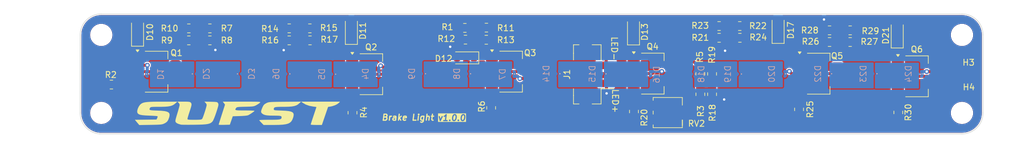
<source format=kicad_pcb>
(kicad_pcb (version 20240108) (generator "pcbnew") (generator_version "8.0")
  (title_block (title "brake Light") (date "2024-06-01") (rev "1.0.0") (company "SUFST - Southampton University Formula Student Team") (comment 1 "STAG X") (comment 2 "Borhan Abdali"))
  (layers (0 "F.Cu" signal) (31 "B.Cu" signal) (34 "B.Paste" user) (35 "F.Paste" user) (36 "B.SilkS" user "B.Silkscreen") (37 "F.SilkS" user "F.Silkscreen") (38 "B.Mask" user) (39 "F.Mask" user) (44 "Edge.Cuts" user))
  (net 0 "")
  (net 1 "Net-(D1-K)")
  (net 2 "Net-(D1-A)")
  (net 3 "Net-(D2-A)")
  (net 4 "Net-(D4-K)")
  (net 5 "Net-(D4-A)")
  (net 6 "Net-(D5-A)")
  (net 7 "Net-(D7-K)")
  (net 8 "Net-(D7-A)")
  (net 9 "Net-(D8-A)")
  (net 10 "/LED+")
  (net 11 "Net-(D10-K)")
  (net 12 "/LED-")
  (net 13 "Net-(R1-Pad2)")
  (net 14 "Net-(R10-Pad1)")
  (net 15 "Net-(R14-Pad2)")
  (net 16 "Net-(D11-K)")
  (net 17 "Net-(D12-K)")
  (net 18 "Net-(D13-K)")
  (net 19 "Net-(D17-K)")
  (net 20 "Net-(D21-K)")
  (net 21 "Net-(D14-K)")
  (net 22 "Net-(D15-K)")
  (net 23 "Net-(D16-K)")
  (net 24 "Net-(D18-K)")
  (net 25 "Net-(D19-K)")
  (net 26 "Net-(D20-K)")
  (net 27 "Net-(D22-K)")
  (net 28 "Net-(D23-K)")
  (net 29 "Net-(D24-K)")
  (net 30 "Net-(R18-Pad2)")
  (net 31 "Net-(R21-Pad2)")
  (net 32 "Net-(R26-Pad2)")
  (net 34 "Net-(Q1-E)")
  (net 35 "Net-(Q2-E)")
  (net 36 "Net-(Q3-E)")
  (net 37 "Net-(Q4-E)")
  (net 38 "Net-(Q5-E)")
  (net 39 "Net-(Q6-E)")
  (footprint "Resistor_SMD:R_0805_2012Metric" (layer "F.Cu") (at 107.9773 54.4068)
    (property "Reference" "R16")
    (property "Value" "2.7k")
  )
  (footprint "Resistor_SMD:R_0805_2012Metric" (layer "F.Cu") (at 209.1694 66.4195 -90)
    (property "Reference" "R30")
    (property "Value" "68")
  )
  (footprint "Resistor_SMD:R_0805_2012Metric" (layer "F.Cu") (at 201.1729 52.7332)
    (property "Reference" "R29")
    (property "Value" "2.7k")
  )
  (footprint "Resistor_SMD:R_0805_2012Metric" (layer "F.Cu") (at 111.4317 54.4068)
    (property "Reference" "R17")
    (property "Value" "2.7k")
  )
  (footprint "Resistor_SMD:R_0805_2012Metric" (layer "F.Cu") (at 182.8292 52.0192)
    (property "Reference" "R22")
    (property "Value" "2.7k")
  )
  (footprint "Package_TO_SOT_SMD:SOT-223" (layer "F.Cu") (at 85.9032 59.6278)
    (property "Reference" "Q1")
    (property "Value" "BCP56")
  )
  (footprint "Resistor_SMD:R_0805_2012Metric" (layer "F.Cu") (at 197.7479 52.7332)
    (property "Reference" "R28")
    (property "Value" "2.7k")
  )
  (footprint "Resistor_SMD:R_0805_2012Metric" (layer "F.Cu") (at 107.9754 52.4002)
    (property "Reference" "R14")
    (property "Value" "2.7k")
  )
  (footprint "Resistor_SMD:R_0805_2012Metric" (layer "F.Cu") (at 91.2947 52.4068 180)
    (property "Reference" "R10")
    (property "Value" "2.7k")
  )
  (footprint "Diode_SMD:D_SOD-123F" (layer "F.Cu") (at 208.9912 53.47 90)
    (property "Reference" "D21")
    (property "Value" "1N5333B")
  )
  (footprint "Diode_SMD:D_SOD-123F" (layer "F.Cu") (at 137.2586 57.3278 180)
    (property "Reference" "D12")
    (property "Value" "1N5333B")
  )
  (footprint "Package_TO_SOT_SMD:SOT-223" (layer "F.Cu") (at 212.242 60.4012)
    (property "Reference" "Q6")
    (property "Value" "BCP56")
  )
  (footprint "Diode_SMD:D_SOD-123F" (layer "F.Cu") (at 189.2046 52.702 90)
    (property "Reference" "D17")
    (property "Value" "1N5333B")
  )
  (footprint "Resistor_SMD:R_0805_2012Metric" (layer "F.Cu") (at 165.2524 66.2667 -90)
    (property "Reference" "R20")
    (property "Value" "68")
  )
  (footprint "Package_TO_SOT_SMD:SOT-223" (layer "F.Cu") (at 121.5898 60.0456)
    (property "Reference" "Q2")
    (property "Value" "BCP56")
  )
  (footprint "Resistor_SMD:R_0805_2012Metric" (layer "F.Cu") (at 176.2818 63.3929 90)
    (property "Reference" "R3")
    (property "Value" "2.7k")
  )
  (footprint "MountingHole:MountingHole_3.2mm_M3" (layer "F.Cu") (at 219.75 66.5)
    (property "Reference" "H4")
    (property "Value" "MountingHole")
  )
  (footprint "Resistor_SMD:R_0805_2012Metric" (layer "F.Cu") (at 140.7181 54.304)
    (property "Reference" "R13")
    (property "Value" "2.7k")
  )
  (footprint "Resistor_SMD:R_0805_2012Metric" (layer "F.Cu") (at 137.1581 52.324)
    (property "Reference" "R1")
    (property "Value" "2.7k")
  )
  (footprint "SUFST:SUFST" (layer "F.Cu") (at 99.3648 66.5226)
    (property "Reference" "G***" (hide yes))
    (property "Value" "LOGO" (hide yes))
  )
  (footprint "Diode_SMD:D_SOD-123F" (layer "F.Cu") (at 165.1758 52.9556 90)
    (property "Reference" "D13")
    (property "Value" "1N5333B")
  )
  (footprint "Resistor_SMD:R_0805_2012Metric" (layer "F.Cu") (at 141.5288 65.659 -90)
    (property "Reference" "R6")
    (property "Value" "68")
  )
  (footprint "Package_TO_SOT_SMD:SOT-223" (layer "F.Cu") (at 168.3512 59.944)
    (property "Reference" "Q4")
    (property "Value" "BCP56")
  )
  (footprint "Resistor_SMD:R_0805_2012Metric" (layer "F.Cu") (at 94.7947 54.4068 180)
    (property "Reference" "R8")
    (property "Value" "2.7k")
  )
  (footprint "Resistor_SMD:R_0805_2012Metric" (layer "F.Cu") (at 178.2318 59.9929 90)
    (property "Reference" "R19")
    (property "Value" "2.7k")
  )
  (footprint "Resistor_SMD:R_0805_2012Metric" (layer "F.Cu") (at 140.7381 52.284)
    (property "Reference" "R11")
    (property "Value" "2.7k")
  )
  (footprint "Diode_SMD:D_SOD-123F" (layer "F.Cu") (at 118.2992 52.8684 90)
    (property "Reference" "D11")
    (property "Value" "1N5333B")
  )
  (footprint "MountingHole:MountingHole_3.2mm_M3" (layer "F.Cu") (at 219.75 53.5)
    (property "Reference" "H3")
    (property "Value" "MountingHole")
  )
  (footprint "Resistor_SMD:R_0805_2012Metric" (layer "F.Cu") (at 91.2947 54.4068 180)
    (property "Reference" "R9")
    (property "Value" "2.7k")
  )
  (footprint "Connector_Molex:Molex_Micro-Fit_3.0_43650-0224_1x02-1MP_P3.00mm_Vertical" (layer "F.Cu") (at 157.5 60.0712 90)
    (property "Reference" "J1")
    (property "Value" "LED")
  )
  (footprint "Resistor_SMD:R_0805_2012Metric" (layer "F.Cu") (at 179.3983 52.0192)
    (property "Reference" "R23")
    (property "Value" "2.7k")
  )
  (footprint "Resistor_SMD:R_0805_2012Metric" (layer "F.Cu") (at 182.8508 53.975)
    (property "Reference" "R24")
    (property "Value" "2.7k")
  )
  (footprint "Diode_SMD:D_SOD-123F" (layer "F.Cu") (at 82.7786 53.1622 90)
    (property "Reference" "D10")
    (property "Value" "1N5333B")
  )
  (footprint "Resistor_SMD:R_0805_2012Metric" (layer "F.Cu") (at 201.1729 54.6832)
    (property "Reference" "R27")
    (property "Value" "2.7k")
  )
  (footprint "Resistor_SMD:R_0805_2012Metric" (layer "F.Cu") (at 111.4063 52.4002)
    (property "Reference" "R15")
    (property "Value" "2.7k")
  )
  (footprint "Resistor_SMD:R_0805_2012Metric" (layer "F.Cu") (at 78.4333 61.7728 180)
    (property "Reference" "R2")
    (property "Value" "68")
  )
  (footprint "MountingHole:MountingHole_3.2mm_M3" (layer "F.Cu") (at 76.75 53.5 180)
    (property "Reference" "H2" (hide yes))
    (property "Value" "MountingHole")
  )
  (footprint "Resistor_SMD:R_0805_2012Metric" (layer "F.Cu") (at 178.2318 63.3929 90)
    (property "Reference" "R18")
    (property "Value" "2.7k")
  )
  (footprint "Package_TO_SOT_SMD:SOT-223" (layer "F.Cu") (at 195.9106 59.958)
    (property "Reference" "Q5")
    (property "Value" "BCP56")
  )
  (footprint "Resistor_SMD:R_0805_2012Metric" (layer "F.Cu") (at 118.491 66.4699 -90)
    (property "Reference" "R4")
    (property "Value" "68")
  )
  (footprint "Resistor_SMD:R_0805_2012Metric" (layer "F.Cu") (at 192.6844 65.9111 -90)
    (property "Reference" "R25")
    (property "Value" "68")
  )
  (footprint "Resistor_SMD:R_0805_2012Metric" (layer "F.Cu") (at 94.7947 52.4068 180)
    (property "Reference" "R7")
    (property "Value" "2.7k")
  )
  (footprint "Package_TO_SOT_SMD:SOT-223" (layer "F.Cu") (at 144.8054 59.6138)
    (property "Reference" "Q3")
    (property "Value" "BCP56")
  )
  (footprint "Potentiometer_SMD:Potentiometer_Bourns_3224J_Horizontal" (layer "F.Cu") (at 170.8658 66.4464 180)
    (property "Reference" "RV2")
    (property "Value" "R_Potentiometer_Trim")
  )
  (footprint "Resistor_SMD:R_0805_2012Metric" (layer "F.Cu") (at 197.7479 54.6832)
    (property "Reference" "R26")
    (property "Value" "2.7k")
  )
  (footprint "Resistor_SMD:R_0805_2012Metric" (layer "F.Cu") (at 179.4002 53.975)
    (property "Reference" "R21")
    (property "Value" "2.7k")
  )
  (footprint "Resistor_SMD:R_0805_2012Metric" (layer "F.Cu") (at 176.2818 59.9754 90)
    (property "Reference" "R5")
    (property "Value" "2.7k")
  )
  (footprint "MountingHole:MountingHole_3.2mm_M3" (layer "F.Cu") (at 76.75 66.5)
    (property "Reference" "H1" (hide yes))
    (property "Value" "MountingHole")
  )
  (footprint "Resistor_SMD:R_0805_2012Metric" (layer "F.Cu") (at 137.2581 54.284)
    (property "Reference" "R12")
    (property "Value" "2.7k")
  )
  (footprint "SUFST:KR-SITQA1.23_reflow" (layer "B.Cu") (at 107.4928 59.9948 -90)
    (property "Reference" "D6")
    (property "Value" "KR-SITQA1.23")
  )
  (footprint "SUFST:KR-SITQA1.23_reflow" (layer "B.Cu") (at 174.8568 60.0202 -90)
    (property "Reference" "D18")
    (property "Value" "KR-SITQA1.23")
  )
  (footprint "SUFST:KR-SITQA1.23_reflow" (layer "B.Cu") (at 99.9776 59.9948 90)
    (property "Reference" "D3")
    (property "Value" "KR-SITQA1.23")
  )
  (footprint "SUFST:KR-SITQA1.23_reflow" (layer "B.Cu") (at 137.5076 59.9758 -90)
    (property "Reference" "D8")
    (property "Value" "KR-SITQA1.23")
  )
  (footprint "SUFST:KR-SITQA1.23_reflow" (layer "B.Cu") (at 130.0226 59.9694 -90)
    (property "Reference" "D9")
    (property "Value" "KR-SITQA1.23")
  )
  (footprint "SUFST:KR-SITQA1.23_reflow" (layer "B.Cu") (at 197.493 59.9758 -90)
    (property "Reference" "D22")
    (property "Value" "KR-SITQA1.23")
  )
  (footprint "SUFST:KR-SITQA1.23_reflow" (layer "B.Cu") (at 152.3524 59.9694 -90)
    (property "Reference" "D14")
    (property "Value" "KR-SITQA1.23")
  )
  (footprint "SUFST:KR-SITQA1.23_reflow" (layer "B.Cu") (at 92.4814 59.9948 90)
    (property "Reference" "D2")
    (property "Value" "KR-SITQA1.23")
  )
  (footprint "SUFST:KR-SITQA1.23_reflow" (layer "B.Cu") (at 115.0842 60.0456 -90)
    (property "Reference" "D5")
    (property "Value" "KR-SITQA1.23")
  )
  (footprint "SUFST:KR-SITQA1.23_reflow" (layer "B.Cu") (at 144.8086 60.0202 -90)
    (property "Reference" "D7")
    (property "Value" "KR-SITQA1.23")
  )
  (footprint "SUFST:KR-SITQA1.23_reflow" (layer "B.Cu") (at 84.89 60.0202 90)
    (property "Reference" "D1")
    (property "Value" "KR-SITQA1.23")
  )
  (footprint "SUFST:KR-SITQA1.23_reflow" (layer "B.Cu") (at 122.3296 59.9948 -90)
    (property "Reference" "D4")
    (property "Value" "KR-SITQA1.23")
  )
  (footprint "SUFST:KR-SITQA1.23_reflow" (layer "B.Cu") (at 189.8174 59.9948 -90)
    (property "Reference" "D20")
    (property "Value" "KR-SITQA1.23")
  )
  (footprint "SUFST:KR-SITQA1.23_reflow" (layer "B.Cu") (at 212.5298 60.0012 -90)
    (property "Reference" "D24")
    (property "Value" "KR-SITQA1.23")
  )
  (footprint "SUFST:KR-SITQA1.23_reflow" (layer "B.Cu") (at 160.012 59.9884 -90)
    (property "Reference" "D15")
    (property "Value" "KR-SITQA1.23")
  )
  (footprint "SUFST:KR-SITQA1.23_reflow" (layer "B.Cu") (at 182.5164 60.0138 -90)
    (property "Reference" "D19")
    (property "Value" "KR-SITQA1.23")
  )
  (footprint "SUFST:KR-SITQA1.23_reflow" (layer "B.Cu") (at 205.0288 59.9694 -90)
    (property "Reference" "D23")
    (property "Value" "KR-SITQA1.23")
  )
  (footprint "SUFST:KR-SITQA1.23_reflow" (layer "B.Cu") (at 167.4622 59.9948 -90)
    (property "Reference" "D16")
    (property "Value" "KR-SITQA1.23")
  )
  (gr_arc (start 76.5 70) (mid 74.181953 68.891158) (end 73.241083 66.5) (stroke (width 0.1)) (layer "Edge.Cuts"))
  (gr_line (start 73.25 53.5) (end 73.241083 66.5) (stroke (width 0.1)) (layer "Edge.Cuts"))
  (gr_arc (start 219.75 50) (mid 222.224874 51.025126) (end 223.25 53.5) (stroke (width 0.1)) (layer "Edge.Cuts"))
  (gr_line (start 219.75 50) (end 76.75 50) (stroke (width 0.1)) (layer "Edge.Cuts"))
  (gr_line (start 76.5 70) (end 219.75 70) (stroke (width 0.1)) (layer "Edge.Cuts"))
  (gr_line (start 223.25 66.5) (end 223.25 53.5) (stroke (width 0.1)) (layer "Edge.Cuts"))
  (gr_arc (start 223.25 66.5) (mid 222.224874 68.974874) (end 219.75 70) (stroke (width 0.1)) (layer "Edge.Cuts"))
  (gr_arc (start 73.25 53.5) (mid 74.275126 51.025126) (end 76.75 50) (stroke (width 0.1)) (layer "Edge.Cuts"))
  (gr_text "v1.0.0" (at 132.5626 67.9196 0) (layer "F.SilkS" knockout) (effects (font (size 1 1) (thickness 0.2) (bold yes) (italic yes)) (justify left bottom)))
  (gr_text "LED+" (at 161.5694 62.4332 -90) (layer "F.SilkS") (effects (font (size 1 1)) (justify left bottom)))
  (gr_text "LED-" (at 161.417 53.6956 -90) (layer "F.SilkS") (effects (font (size 1 1)) (justify left bottom)))
  (gr_text "Brake Light" (at 123.2408 67.8434 0) (layer "F.SilkS") (effects (font (size 1 1) (thickness 0.2) (bold yes) (italic yes)) (justify left bottom)))
  (segment (start 82.7532 59.6278) (end 89.0532 59.6278) (width 0.5) (layer "F.Cu") (net 1))
  (segment (start 83.834 58.547) (end 82.7532 59.6278) (width 0.5) (layer "F.Cu") (net 1))
  (segment (start 84.4042 58.547) (end 83.834 58.547) (width 0.5) (layer "F.Cu") (net 1))
  (via (at 84.4042 58.547) (size 0.8) (drill 0.4) (layers "F.Cu" "B.Cu") (net 1))
  (segment (start 84.299946 60.330146) (end 84.39 60.4202) (width 0.5) (layer "B.Cu") (net 1))
  (segment (start 84.39 58.5612) (end 84.4042 58.547) (width 0.5) (layer "B.Cu") (net 1))
  (segment (start 84.39 59.6202) (end 84.39 58.5612) (width 0.5) (layer "B.Cu") (net 1))
  (segment (start 84.299946 59.710254) (end 84.299946 60.330146) (width 0.5) (layer "B.Cu") (net 1))
  (segment (start 84.39 59.6202) (end 84.299946 59.710254) (width 0.5) (layer "B.Cu") (net 1))
  (segment (start 91.891346 59.983254) (end 91.891346 60.304746) (width 0.5) (layer "B.Cu") (net 2))
  (segment (start 91.9814 59.5948) (end 91.891346 59.684854) (width 0.5) (layer "B.Cu") (net 2))
  (segment (start 91.8544 60.0202) (end 91.891346 59.983254) (width 0.5) (layer "B.Cu") (net 2))
  (segment (start 91.891346 60.304746) (end 91.9814 60.3948) (width 0.5) (layer "B.Cu") (net 2))
  (segment (start 91.891346 59.684854) (end 91.891346 60.304746) (width 0.5) (layer "B.Cu") (net 2))
  (segment (start 99.387546 60.304746) (end 99.4776 60.3948) (width 0.5) (layer "B.Cu") (net 3))
  (segment (start 99.4776 59.5948) (end 99.387546 59.684854) (width 0.5) (layer "B.Cu") (net 3))
  (segment (start 99.387546 59.684854) (end 99.387546 59.9948) (width 0.5) (layer "B.Cu") (net 3))
  (segment (start 99.387546 59.684854) (end 99.387546 60.304746) (width 0.5) (layer "B.Cu") (net 3))
  (segment (start 123.3428 58.6486) (end 124.7398 60.0456) (width 0.5) (layer "F.Cu") (net 4))
  (segment (start 118.4398 60.0456) (end 124.7398 60.0456) (width 0.5) (layer "F.Cu") (net 4))
  (segment (start 123.1646 58.6486) (end 123.3428 58.6486) (width 0.5) (layer "F.Cu") (net 4))
  (via (at 123.1646 58.6486) (size 0.8) (drill 0.4) (layers "F.Cu" "B.Cu") (net 4))
  (segment (start 122.8296 58.9836) (end 123.1646 58.6486) (width 0.5) (layer "B.Cu") (net 4))
  (segment (start 122.8296 59.5948) (end 122.8296 58.9836) (width 0.5) (layer "B.Cu") (net 4))
  (segment (start 122.8296 59.5948) (end 122.919654 59.684854) (width 0.5) (layer "B.Cu") (net 4))
  (segment (start 122.919654 60.304746) (end 122.8296 60.3948) (width 0.5) (layer "B.Cu") (net 4))
  (segment (start 122.919654 59.684854) (end 122.919654 60.304746) (width 0.5) (layer "B.Cu") (net 4))
  (segment (start 115.674254 60.355546) (end 115.5842 60.4456) (width 0.5) (layer "B.Cu") (net 5))
  (segment (start 115.5842 59.6456) (end 115.674254 59.735654) (width 0.5) (layer "B.Cu") (net 5))
  (segment (start 115.674254 59.735654) (end 115.674254 60.355546) (width 0.5) (layer "B.Cu") (net 5))
  (segment (start 115.674254 59.735654) (end 115.674254 59.9948) (width 0.5) (layer "B.Cu") (net 5))
  (segment (start 146.304 60.7822) (end 146.787 60.7822) (width 0.5) (layer "F.Cu") (net 7))
  (segment (start 141.6554 59.6138) (end 147.9554 59.6138) (width 0.5) (layer "F.Cu") (net 7))
  (segment (start 146.787 60.7822) (end 147.9554 59.6138) (width 0.5) (layer "F.Cu") (net 7))
  (via (at 146.304 60.7822) (size 0.8) (drill 0.4) (layers "F.Cu" "B.Cu") (net 7))
  (segment (start 145.3086 60.4202) (end 145.942 60.4202) (width 0.5) (layer "B.Cu") (net 7))
  (segment (start 145.398654 60.330146) (end 145.398654 59.710254) (width 0.5) (layer "B.Cu") (net 7))
  (segment (start 145.398654 59.710254) (end 145.3086 59.6202) (width 0.5) (layer "B.Cu") (net 7))
  (segment (start 145.942 60.4202) (end 146.304 60.7822) (width 0.5) (layer "B.Cu") (net 7))
  (segment (start 145.3086 60.4202) (end 145.398654 60.330146) (width 0.5) (layer "B.Cu") (net 7))
  (segment (start 138.097654 60.285746) (end 138.0076 60.3758) (width 0.5) (layer "B.Cu") (net 8))
  (segment (start 138.0076 59.5758) (end 138.097654 59.665854) (width 0.5) (layer "B.Cu") (net 8))
  (segment (start 138.097654 59.665854) (end 138.097654 60.285746) (width 0.5) (layer "B.Cu") (net 8))
  (segment (start 144.3086 59.6202) (end 144.3086 60.4202) (width 0.5) (layer "B.Cu") (net 8))
  (segment (start 137.0076 59.5758) (end 137.0076 60.3758) (width 0.5) (layer "B.Cu") (net 9))
  (segment (start 130.5226 59.5694) (end 130.612654 59.659454) (width 0.5) (layer "B.Cu") (net 9))
  (segment (start 130.612654 60.279346) (end 130.5226 60.3694) (width 0.5) (layer "B.Cu") (net 9))
  (segment (start 130.612654 59.659454) (end 130.612654 60.279346) (width 0.5) (layer "B.Cu") (net 9))
  (segment (start 178.4877 54.2309) (end 180.3908 56.134) (width 0.5) (layer "F.Cu") (net 10))
  (segment (start 135.156 55.4736) (end 134.7216 55.4736) (width 0.5) (layer "F.Cu") (net 10))
  (segment (start 196.8354 50.9378) (end 196.8246 50.927) (width 0.5) (layer "F.Cu") (net 10))
  (segment (start 107.0648 54.4068) (end 107.0648 56.0286) (width 0.5) (layer "F.Cu") (net 10))
  (segment (start 107.0629 54.4049) (end 107.0648 54.4068) (width 0.5) (layer "F.Cu") (net 10))
  (segment (start 178.4858 52.0192) (end 178.4858 53.9731) (width 0.5) (layer "F.Cu") (net 10))
  (segment (start 160.6894 63.2296) (end 160.7058 63.246) (width 0.5) (layer "F.Cu") (net 10))
  (segment (start 196.8354 54.6832) (end 196.8354 52.7332) (width 0.5) (layer "F.Cu") (net 10))
  (segment (start 95.758 52.356) (end 95.7072 52.4068) (width 0.5) (layer "F.Cu") (net 10))
  (segment (start 180.195 64.3054) (end 180.2384 64.262) (width 0.5) (layer "F.Cu") (net 10))
  (segment (start 178.4858 53.9731) (end 178.4877 53.975) (width 0.5) (layer "F.Cu") (net 10))
  (segment (start 136.2456 52.324) (end 136.2456 54.184) (width 0.5) (layer "F.Cu") (net 10))
  (segment (start 95.7072 52.4068) (end 95.7072 54.4068) (width 0.5) (layer "F.Cu") (net 10))
  (segment (start 95.7072 54.4068) (end 95.7072 56.007) (width 0.5) (layer "F.Cu") (net 10))
  (segment (start 136.2456 54.184) (end 136.3456 54.284) (width 0.5) (layer "F.Cu") (net 10))
  (segment (start 136.3456 54.284) (end 135.156 55.4736) (width 0.5) (layer "F.Cu") (net 10))
  (segment (start 178.4877 53.975) (end 178.4877 54.2309) (width 0.5) (layer "F.Cu") (net 10))
  (segment (start 178.2318 64.3054) (end 180.195 64.3054) (width 0.5) (layer "F.Cu") (net 10))
  (segment (start 178.2318 64.3054) (end 176.2818 64.3054) (width 0.5) (layer "F.Cu") (net 10))
  (segment (start 196.8354 52.7332) (end 196.8354 50.9378) (width 0.5) (layer "F.Cu") (net 10))
  (segment (start 160.6894 61.5712) (end 160.6894 63.2296) (width 0.5) (layer "F.Cu") (net 10))
  (segment (start 107.0648 56.0286) (end 107.061 56.0324) (width 0.5) (layer "F.Cu") (net 10))
  (segment (start 95.6564 52.356) (end 95.7072 52.4068) (width 0.5) (layer "F.Cu") (net 10))
  (segment (start 107.0629 52.4002) (end 107.0629 54.4049) (width 0.5) (layer "F.Cu") (net 10))
  (via (at 180.2384 64.262) (size 0.8) (drill 0.4) (layers "F.Cu" "B.Cu") (net 10))
  (via (at 134.7216 55.4736) (size 0.8) (drill 0.4) (layers "F.Cu" "B.Cu") (net 10))
  (via (at 95.7072 56.007) (size 0.8) (drill 0.4) (layers "F.Cu" "B.Cu") (net 10))
  (via (at 107.061 56.0324) (size 0.8) (drill 0.4) (layers "F.Cu" "B.Cu") (net 10))
  (via (at 180.3908 56.134) (size 0.8) (drill 0.4) (layers "F.Cu" "B.Cu") (net 10))
  (via (at 196.8246 50.927) (size 0.8) (drill 0.4) (layers "F.Cu" "B.Cu") (net 10))
  (via (at 160.7058 63.246) (size 0.8) (drill 0.4) (layers "F.Cu" "B.Cu") (net 10))
  (segment (start 129.5226 59.5694) (end 129.5226 60.3694) (width 0.5) (layer "B.Cu") (net 10))
  (segment (start 82.7786 57.3024) (end 82.7532 57.3278) (width 0.5) (layer "F.Cu") (net 11))
  (segment (start 82.7786 54.5622) (end 82.7786 57.3024) (width 0.5) (layer "F.Cu") (net 11))
  (segment (start 82.7786 54.5622) (end 90.2268 54.5622) (width 0.5) (layer "F.Cu") (net 11))
  (segment (start 90.2268 54.5622) (end 90.3822 54.4068) (width 0.5) (layer "F.Cu") (net 11))
  (segment (start 90.3822 52.4068) (end 90.3822 54.4068) (width 0.5) (layer "F.Cu") (net 11))
  (segment (start 90.3732 52.3978) (end 90.3822 52.4068) (width 0.5) (layer "F.Cu") (net 11))
  (segment (start 118.2973 51.4703) (end 118.2992 51.4684) (width 0.5) (layer "F.Cu") (net 12))
  (segment (start 139.8056 54.304) (end 138.1906 54.304) (width 0.5) (layer "F.Cu") (net 13))
  (segment (start 138.0706 52.324) (end 139.7856 52.324) (width 0.5) (layer "F.Cu") (net 13))
  (segment (start 138.1706 54.284) (end 138.1706 52.424) (width 0.5) (layer "F.Cu") (net 13))
  (segment (start 139.7856 52.324) (end 139.8256 52.284) (width 0.5) (layer "F.Cu") (net 13))
  (segment (start 138.1906 54.304) (end 138.1706 54.284) (width 0.5) (layer "F.Cu") (net 13))
  (segment (start 138.1706 52.424) (end 138.0706 52.324) (width 0.5) (layer "F.Cu") (net 13))
  (segment (start 92.2072 54.4068) (end 93.8822 54.4068) (width 0.5) (layer "F.Cu") (net 14))
  (segment (start 93.8822 52.4068) (end 93.8822 54.4068) (width 0.5) (layer "F.Cu") (net 14))
  (segment (start 92.2072 52.4068) (end 93.8822 52.4068) (width 0.5) (layer "F.Cu") (net 14))
  (segment (start 108.8879 52.4002) (end 108.8879 54.4049) (width 0.5) (layer "F.Cu") (net 15))
  (segment (start 110.5192 54.4068) (end 108.8898 54.4068) (width 0.5) (layer "F.Cu") (net 15))
  (segment (start 108.8879 52.4002) (end 110.4938 52.4002) (width 0.5) (layer "F.Cu") (net 15))
  (segment (start 108.8879 54.4049) (end 108.8898 54.4068) (width 0.5) (layer "F.Cu") (net 15))
  (segment (start 118.1354 54.4322) (end 118.2992 54.2684) (width 0.5) (layer "F.Cu") (net 16))
  (segment (start 118.2992 54.2684) (end 118.2992 57.605) (width 0.5) (layer "F.Cu") (net 16))
  (segment (start 112.4826 54.2684) (end 112.3442 54.4068) (width 0.5) (layer "F.Cu") (net 16))
  (segment (start 112.3188 52.4002) (end 112.3188 54.3814) (width 0.5) (layer "F.Cu") (net 16))
  (segment (start 118.2992 54.2684) (end 112.4826 54.2684) (width 0.5) (layer "F.Cu") (net 16))
  (segment (start 112.3188 54.3814) (end 112.3442 54.4068) (width 0.5) (layer "F.Cu") (net 16))
  (segment (start 118.2992 57.605) (end 118.4398 57.7456) (width 0.5) (layer "F.Cu") (net 16))
  (segment (start 141.6812 57.288) (end 141.6554 57.3138) (width 0.5) (layer "F.Cu") (net 17))
  (segment (start 138.6726 57.3138) (end 138.6586 57.3278) (width 0.5) (layer "F.Cu") (net 17))
  (segment (start 141.6306 57.289) (end 141.6554 57.3138) (width 0.5) (layer "F.Cu") (net 17))
  (segment (start 141.2604 57.7088) (end 141.6554 57.3138) (width 0.5) (layer "F.Cu") (net 17))
  (segment (start 141.6506 54.284) (end 141.6306 54.304) (width 0.5) (layer "F.Cu") (net 17))
  (segment (start 141.6506 52.284) (end 141.6506 54.284) (width 0.5) (layer "F.Cu") (net 17))
  (segment (start 141.6554 57.3138) (end 138.6726 57.3138) (width 0.5) (layer "F.Cu") (net 17))
  (segment (start 141.6306 54.304) (end 141.6306 57.289) (width 0.5) (layer "F.Cu") (net 17))
  (segment (start 176.2993 59.0804) (end 176.2818 59.0629) (width 0.5) (layer "F.Cu") (net 18))
  (segment (start 165.5682 57.277) (end 174.4959 57.277) (width 0.5) (layer "F.Cu") (net 18))
  (segment (start 165.2016 54.3814) (end 165.1758 54.3556) (width 0.5) (layer "F.Cu") (net 18))
  (segment (start 174.4959 57.277) (end 176.2818 59.0629) (width 0.5) (layer "F.Cu") (net 18))
  (segment (start 165.1758 57.6186) (end 165.2012 57.644) (width 0.5) (layer "F.Cu") (net 18))
  (segment (start 165.1758 54.3556) (end 165.1758 57.6186) (width 0.5) (layer "F.Cu") (net 18))
  (segment (start 165.2008 54.3806) (end 165.1758 54.3556) (width 0.5) (layer "F.Cu") (net 18))
  (segment (start 165.2012 57.644) (end 165.5682 57.277) (width 0.5) (layer "F.Cu") (net 18))
  (segment (start 178.2318 59.0804) (end 176.2993 59.0804) (width 0.5) (layer "F.Cu") (net 18))
  (segment (start 189.0776 53.975) (end 189.2046 54.102) (width 0.5) (layer "F.Cu") (net 19))
  (segment (start 192.7606 57.658) (end 192.7606 55.6514) (width 0.5) (layer "F.Cu") (net 19))
  (segment (start 183.7417 53.9534) (end 183.7633 53.975) (width 0.5) (layer "F.Cu") (net 19))
  (segment (start 192.659 57.5564) (end 192.7606 57.658) (width 0.5) (layer "F.Cu") (net 19))
  (segment (start 189.1822 54.1244) (end 189.2046 54.102) (width 0.5) (layer "F.Cu") (net 19))
  (segment (start 183.7417 52.0192) (end 183.7417 53.9534) (width 0.5) (layer "F.Cu") (net 19))
  (segment (start 183.7633 53.975) (end 189.0776 53.975) (width 0.5) (layer "F.Cu") (net 19))
  (segment (start 192.7606 55.6514) (end 191.2112 54.102) (width 0.5) (layer "F.Cu") (net 19))
  (segment (start 191.2112 54.102) (end 189.2046 54.102) (width 0.5) (layer "F.Cu") (net 19))
  (segment (start 202.1332 54.6354) (end 202.0854 54.6832) (width 0.5) (layer "F.Cu") (net 20))
  (segment (start 208.9912 58.0004) (end 209.092 58.1012) (width 0.5) (layer "F.Cu") (net 20))
  (segment (start 208.3308 57.746) (end 208.432 57.8472) (width 0.5) (layer "F.Cu") (net 20))
  (segment (start 208.9912 54.87) (end 208.9912 58.0004) (width 0.5) (layer "F.Cu") (net 20))
  (segment (start 202.2722 54.87) (end 202.0854 54.6832) (width 0.5) (layer "F.Cu") (net 20))
  (segment (start 208.9912 54.87) (end 202.2722 54.87) (width 0.5) (layer "F.Cu") (net 20))
  (segment (start 202.0854 54.6832) (end 202.0854 52.7332) (width 0.5) (layer "F.Cu") (net 20))
  (segment (start 152.8524 59.5694) (end 152.942454 59.659454) (width 0.5) (layer "B.Cu") (net 21))
  (segment (start 152.942454 59.659454) (end 152.942454 60.279346) (width 0.5) (layer "B.Cu") (net 21))
  (segment (start 152.942454 60.279346) (end 152.8524 60.3694) (width 0.5) (layer "B.Cu") (net 21))
  (segment (start 166.9622 60.3948) (end 166.9622 59.5948) (width 0.5) (layer "B.Cu") (net 22))
  (segment (start 160.602054 60.298346) (end 160.512 60.3884) (width 0.5) (layer "B.Cu") (net 22))
  (segment (start 160.602054 59.678454) (end 160.602054 60.298346) (width 0.5) (layer "B.Cu") (net 22))
  (segment (start 160.512 59.5884) (end 160.602054 59.678454) (width 0.5) (layer "B.Cu") (net 22))
  (segment (start 171.1456 59.5884) (end 171.5012 59.944) (width 0.5) (layer "F.Cu") (net 23))
  (segment (start 165.2012 59.944) (end 171.5012 59.944) (width 0.5) (layer "F.Cu") (net 23))
  (segment (start 170.2308 59.944) (end 169.8752 59.5884) (width 0.5) (layer "F.Cu") (net 23))
  (segment (start 171.5012 59.944) (end 170.2308 59.944) (width 0.5) (layer "F.Cu") (net 23))
  (via (at 169.8752 59.5884) (size 0.8) (drill 0.4) (layers "F.Cu" "B.Cu") (net 23))
  (segment (start 167.9622 59.5948) (end 168.052254 59.684854) (width 0.5) (layer "B.Cu") (net 23))
  (segment (start 168.052254 59.684854) (end 168.052254 60.304746) (width 0.5) (layer "B.Cu") (net 23))
  (segment (start 168.052254 60.304746) (end 167.9622 60.3948) (width 0.5) (layer "B.Cu") (net 23))
  (segment (start 169.8688 59.5948) (end 169.8752 59.5884) (width 0.5) (layer "B.Cu") (net 23))
  (segment (start 167.9622 59.5948) (end 169.8688 59.5948) (width 0.5) (layer "B.Cu") (net 23))
  (segment (start 175.446854 60.330146) (end 175.3568 60.4202) (width 0.5) (layer "B.Cu") (net 24))
  (segment (start 175.446854 59.710254) (end 175.446854 60.330146) (width 0.5) (layer "B.Cu") (net 24))
  (segment (start 175.3568 59.6202) (end 175.446854 59.710254) (width 0.5) (layer "B.Cu") (net 24))
  (segment (start 183.106454 60.323746) (end 183.0164 60.4138) (width 0.5) (layer "B.Cu") (net 25))
  (segment (start 183.0164 59.6138) (end 183.106454 59.703854) (width 0.5) (layer "B.Cu") (net 25))
  (segment (start 183.106454 59.703854) (end 183.106454 60.323746) (width 0.5) (layer "B.Cu") (net 25))
  (segment (start 191.4538 59.958) (end 191.0588 59.563) (width 0.5) (layer "F.Cu") (net 26))
  (segment (start 192.7606 59.958) (end 191.4538 59.958) (width 0.5) (layer "F.Cu") (net 26))
  (segment (start 192.7606 59.958) (end 199.0606 59.958) (width 0.5) (layer "F.Cu") (net 26))
  (segment (start 192.391 59.5884) (end 192.7606 59.958) (width 0.5) (layer "F.Cu") (net 26))
  (via (at 191.0588 59.563) (size 0.8) (drill 0.4) (layers "F.Cu" "B.Cu") (net 26))
  (segment (start 191.2048 59.5948) (end 191.2112 59.5884) (width 0.5) (layer "B.Cu") (net 26))
  (segment (start 190.3174 59.5948) (end 191.027 59.5948) (width 0.5) (layer "B.Cu") (net 26))
  (segment (start 190.407454 59.684854) (end 190.407454 60.304746) (width 0.5) (layer "B.Cu") (net 26))
  (segment (start 191.027 59.5948) (end 191.0588 59.563) (width 0.5) (layer "B.Cu") (net 26))
  (segment (start 190.407454 60.304746) (end 190.3174 60.3948) (width 0.5) (layer "B.Cu") (net 26))
  (segment (start 190.3174 59.5948) (end 190.407454 59.684854) (width 0.5) (layer "B.Cu") (net 26))
  (segment (start 198.083054 60.285746) (end 197.993 60.3758) (width 0.5) (layer "B.Cu") (net 27))
  (segment (start 197.993 59.5758) (end 198.083054 59.665854) (width 0.5) (layer "B.Cu") (net 27))
  (segment (start 198.083054 59.665854) (end 198.083054 60.285746) (width 0.5) (layer "B.Cu") (net 27))
  (segment (start 205.6384 60.2598) (end 205.5288 60.3694) (width 0.5) (layer "B.Cu") (net 28))
  (segment (start 205.6384 59.679) (end 205.6384 60.2598) (width 0.5) (layer "B.Cu") (net 28))
  (segment (start 205.5288 59.5694) (end 205.6384 59.679) (width 0.5) (layer "B.Cu") (net 28))
  (segment (start 209.092 60.4012) (end 215.392 60.4012) (width 0.5) (layer "F.Cu") (net 29))
  (segment (start 214.6046 59.6138) (end 215.392 60.4012) (width 0.5) (layer "F.Cu") (net 29))
  (segment (start 213.8934 59.6138) (end 214.6046 59.6138) (width 0.5) (layer "F.Cu") (net 29))
  (via (at 213.8934 59.6138) (size 0.8) (drill 0.4) (layers "F.Cu" "B.Cu") (net 29))
  (segment (start 213.0298 59.6012) (end 213.119854 59.691254) (width 0.5) (layer "B.Cu") (net 29))
  (segment (start 213.119854 59.691254) (end 213.119854 60.311146) (width 0.5) (layer "B.Cu") (net 29))
  (segment (start 213.8808 59.6012) (end 213.8934 59.6138) (width 0.5) (layer "B.Cu") (net 29))
  (segment (start 213.119854 60.311146) (end 213.0298 60.4012) (width 0.5) (layer "B.Cu") (net 29))
  (segment (start 213.0298 59.6012) (end 213.8808 59.6012) (width 0.5) (layer "B.Cu") (net 29))
  (segment (start 178.2318 62.4804) (end 178.2318 60.9054) (width 0.5) (layer "F.Cu") (net 30))
  (segment (start 176.2818 60.8879) (end 176.2818 62.4804) (width 0.5) (layer "F.Cu") (net 30))
  (segment (start 178.2318 62.4804) (end 176.2818 62.4804) (width 0.5) (layer "F.Cu") (net 30))
  (segment (start 180.3108 52.0192) (end 180.3108 53.9731) (width 0.5) (layer "F.Cu") (net 31))
  (segment (start 181.9383 53.975) (end 180.3127 53.975) (width 0.5) (layer "F.Cu") (net 31))
  (segment (start 180.3108 52.0192) (end 181.9167 52.0192) (width 0.5) (layer "F.Cu") (net 31))
  (segment (start 180.3108 53.9731) (end 180.3127 53.975) (width 0.5) (layer "F.Cu") (net 31))
  (segment (start 200.2604 52.7332) (end 198.6604 52.7332) (width 0.5) (layer "F.Cu") (net 32))
  (segment (start 200.2604 54.6832) (end 198.6604 54.6832) (width 0.5) (layer "F.Cu") (net 32))
  (segment (start 200.2604 54.6832) (end 200.2604 52.7332) (width 0.5) (layer "F.Cu") (net 32))
  (segment (start 82.7532 61.9278) (end 79.5008 61.9278) (width 0.5) (layer "F.Cu") (net 34))
  (segment (start 82.5982 61.7728) (end 82.7532 61.9278) (width 0.5) (layer "F.Cu") (net 34))
  (segment (start 79.5008 61.9278) (end 79.3458 61.7728) (width 0.5) (layer "F.Cu") (net 34))
  (segment (start 118.4398 65.5062) (end 118.491 65.5574) (width 0.5) (layer "F.Cu") (net 35))
  (segment (start 118.491 65.5574) (end 118.491 62.3968) (width 0.5) (layer "F.Cu") (net 35))
  (segment (start 118.491 62.3968) (end 118.4398 62.3456) (width 0.5) (layer "F.Cu") (net 35))
  (segment (start 141.6554 61.9138) (end 141.6554 64.6199) (width 0.5) (layer "F.Cu") (net 36))
  (segment (start 141.2376 62.3316) (end 141.6554 61.9138) (width 0.5) (layer "F.Cu") (net 36))
  (segment (start 141.6554 64.6199) (end 141.5288 64.7465) (width 0.5) (layer "F.Cu") (net 36))
  (segment (start 165.2524 65.3542) (end 168.808 65.3542) (width 0.5) (layer "F.Cu") (net 37))
  (segment (start 165.2012 62.244) (end 165.2012 65.303) (width 0.5) (layer "F.Cu") (net 37))
  (segment (start 168.808 65.3542) (end 168.8658 65.2964) (width 0.5) (layer "F.Cu") (net 37))
  (segment (start 165.2012 65.303) (end 165.2524 65.3542) (width 0.5) (layer "F.Cu") (net 37))
  (segment (start 192.7606 64.9224) (end 192.6844 64.9986) (width 0.5) (layer "F.Cu") (net 38))
  (segment (start 192.7606 62.258) (end 192.7606 64.9224) (width 0.5) (layer "F.Cu") (net 38))
  (segment (start 209.092 65.4296) (end 209.1694 65.507) (width 0.5) (layer "F.Cu") (net 39))
  (segment (start 209.092 62.7012) (end 209.092 65.4296) (width 0.5) (layer "F.Cu") (net 39))
  (zone (net 12) (net_name "/LED-") (layer "F.Cu") (connect_pads (clearance 0.127)) (min_thickness 0.25) (fill yes (thermal_gap 0.5) (thermal_bridge_width 0.5))
    (polygon (pts (xy 72.2884 49.0728) (xy 224.409 48.768) (xy 224.3328 70.7136) (xy 72.5424 70.485)))
  )
  (zone (net 8) (net_name "Net-(D7-A)") (layer "B.Cu") (priority 2) (connect_pads yes (clearance 0.127)) (min_thickness 0.25) (fill yes (thermal_gap 0.5) (thermal_bridge_width 0.5))
    (polygon (pts (xy 137.668 57.912) (xy 137.668 62.23) (xy 145.034 62.23) (xy 145.034 57.912)))
  )
  (zone (net 6) (net_name "Net-(D5-A)") (layer "B.Cu") (priority 2) (connect_pads yes (clearance 0.127)) (min_thickness 0.25) (fill yes (thermal_gap 0.5) (thermal_bridge_width 0.5))
    (polygon (pts (xy 107.696 57.912) (xy 107.696 62.23) (xy 115.062 62.23) (xy 115.062 57.912)))
  )
  (zone (net 3) (net_name "Net-(D2-A)") (layer "B.Cu") (priority 2) (connect_pads yes (clearance 0.127)) (min_thickness 0.25) (fill yes (thermal_gap 0.5) (thermal_bridge_width 0.5))
    (polygon (pts (xy 92.456 57.912) (xy 92.456 62.23) (xy 99.822 62.23) (xy 99.822 57.912)))
  )
  (zone (net 24) (net_name "Net-(D18-K)") (layer "B.Cu") (priority 2) (connect_pads yes (clearance 0.127)) (min_thickness 0.25) (fill yes (thermal_gap 0.5) (thermal_bridge_width 0.5))
    (polygon (pts (xy 175.26 57.912) (xy 175.26 62.23) (xy 182.626 62.23) (xy 182.626 57.912)))
  )
  (zone (net 25) (net_name "Net-(D19-K)") (layer "B.Cu") (priority 2) (connect_pads yes (clearance 0.127)) (min_thickness 0.25) (fill yes (thermal_gap 0.5) (thermal_bridge_width 0.5))
    (polygon (pts (xy 182.626 57.912) (xy 182.626 62.23) (xy 189.992 62.23) (xy 189.992 57.912)))
  )
  (zone (net 2) (net_name "Net-(D1-A)") (layer "B.Cu") (priority 2) (connect_pads yes (clearance 0.127)) (min_thickness 0.25) (fill yes (thermal_gap 0.5) (thermal_bridge_width 0.5))
    (polygon (pts (xy 84.836 57.912) (xy 84.836 62.23) (xy 92.202 62.23) (xy 92.202 57.912)))
  )
  (zone (net 28) (net_name "Net-(D23-K)") (layer "B.Cu") (priority 2) (connect_pads yes (clearance 0.127)) (min_thickness 0.25) (fill yes (thermal_gap 0.5) (thermal_bridge_width 0.5))
    (polygon (pts (xy 205.232 58.1152) (xy 205.232 62.4332) (xy 212.598 62.4332) (xy 212.598 58.1152)))
  )
  (zone (net 21) (net_name "Net-(D14-K)") (layer "B.Cu") (priority 2) (connect_pads yes (clearance 0.127)) (min_thickness 0.25) (fill yes (thermal_gap 0.5) (thermal_bridge_width 0.5))
    (polygon (pts (xy 152.654 57.912) (xy 152.654 62.23) (xy 160.02 62.23) (xy 160.02 57.912)))
  )
  (zone (net 9) (net_name "Net-(D8-A)") (layer "B.Cu") (priority 2) (connect_pads yes (clearance 0.127)) (min_thickness 0.25) (fill yes (thermal_gap 0.5) (thermal_bridge_width 0.5))
    (polygon (pts (xy 130.302 57.912) (xy 130.302 62.23) (xy 137.668 62.23) (xy 137.668 57.912)))
  )
  (zone (net 5) (net_name "Net-(D4-A)") (layer "B.Cu") (priority 2) (connect_pads yes (clearance 0.127)) (min_thickness 0.25) (fill yes (thermal_gap 0.5) (thermal_bridge_width 0.5))
    (polygon (pts (xy 115.316 57.912) (xy 115.316 62.23) (xy 122.682 62.23) (xy 122.682 57.912)))
  )
  (zone (net 27) (net_name "Net-(D22-K)") (layer "B.Cu") (priority 2) (connect_pads yes (clearance 0.127)) (min_thickness 0.25) (fill yes (thermal_gap 0.5) (thermal_bridge_width 0.5))
    (polygon (pts (xy 197.7136 58.0898) (xy 197.7136 62.4078) (xy 205.0796 62.4078) (xy 205.0796 58.0898)))
  )
  (zone (net 22) (net_name "Net-(D15-K)") (layer "B.Cu") (priority 2) (connect_pads yes (clearance 0.127)) (min_thickness 0.25) (fill yes (thermal_gap 0.5) (thermal_bridge_width 0.5))
    (polygon (pts (xy 160.274 57.912) (xy 160.274 62.23) (xy 167.64 62.23) (xy 167.64 57.912)))
  )
  (zone (net 10) (net_name "/LED+") (layer "B.Cu") (priority 1) (connect_pads (clearance 0.127)) (min_thickness 0.25) (fill yes (thermal_gap 0.5) (thermal_bridge_width 0.5))
    (polygon (pts (xy 70.993 47.6758) (xy 71.1454 70.8406) (xy 224.917 71.6534) (xy 224.7392 47.879)))
  )
)
</source>
